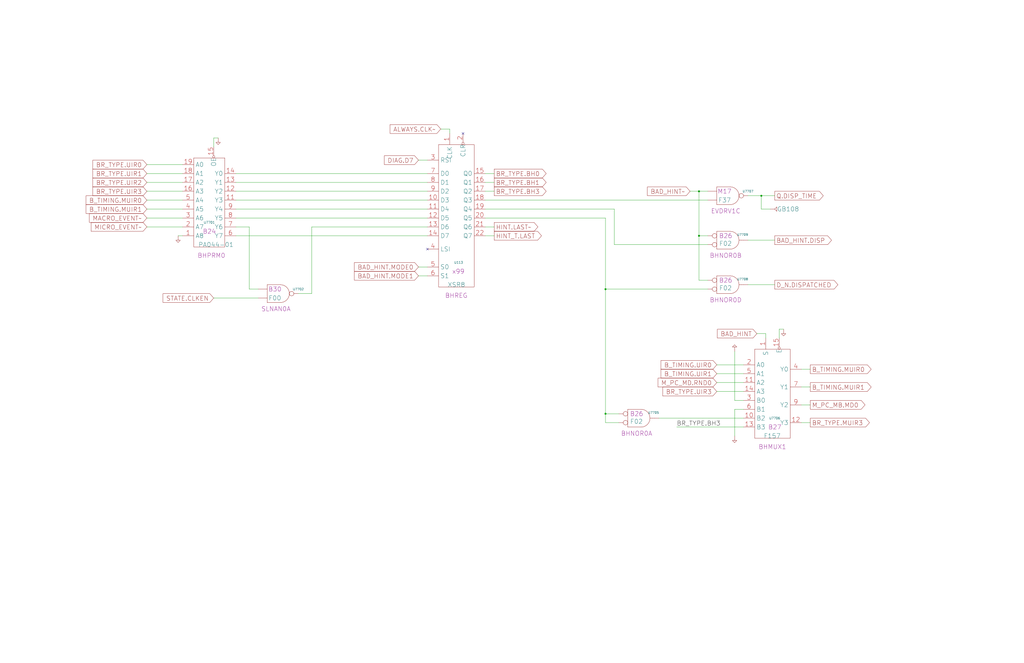
<source format=kicad_sch>
(kicad_sch (version 20230121) (generator eeschema)
  (paper "User" 584.2 378.46)
  (title_block (title "BAD HINT UIR CONTROL") (date "22-MAY-90") (rev "1.0") (comment 1 "SEQUENCER") (comment 2 "232-003064") (comment 3 "S400") (comment 4 "RELEASED"))
  (lib_symbols
    (symbol "r1000:F00" (pin_numbers hide) (pin_names hide)
      (property "Reference" "U" (at 15.24 0 0))
      (property "Value" "F00" (at 1.905 -5.08 0))
      (property "Location" "___" (at 1.905 0 0))
      (property "Name" "______" (at 2.54 -12.7 0))
      (symbol "F00_0_1"
        (polyline (pts (xy -2.54 -7.62) (xy 5.08 -7.62)) (stroke (width 0.1524)))
        (polyline (pts (xy -2.54 2.54) (xy -2.54 -7.62)) (stroke (width 0.1524)))
        (polyline (pts (xy -2.54 2.54) (xy 5.08 2.54)) (stroke (width 0.1524)))
        (arc (start 5.08 -7.62) (mid 10.1282 -2.54) (end 5.08 2.54) (stroke (width 0.1524)))
        (circle (center 11.43 -2.54) (radius 1.27) (stroke (width 0.1524)))
      )
      (symbol "F00_0_2"
        (circle (center -3.81 -5.08) (radius 1.27) (stroke (width 0.1524)))
        (circle (center -3.81 0) (radius 1.27) (stroke (width 0.1524)))
        (arc (start -3.175 -7.62) (mid -2.134 -2.54) (end -3.175 2.54) (stroke (width 0.1524)))
        (polyline (pts (xy -3.175 -7.62) (xy 3.81 -7.62)) (stroke (width 0.1524)))
        (polyline (pts (xy -3.175 2.54) (xy 3.81 2.54)) (stroke (width 0.1524)))
        (arc (start 3.81 -7.62) (mid 7.5855 -5.8306) (end 10.16 -2.54) (stroke (width 0.1524)))
        (arc (start 10.16 -2.54) (mid 7.5827 0.7471) (end 3.81 2.54) (stroke (width 0.1524)))
      )
      (symbol "F00_1_1"
        (pin input line (at -7.62 0 0) (length 5.08) (name "D0") (number "1"))
        (pin input line (at -7.62 -5.08 0) (length 5.08) (name "D1") (number "2"))
        (pin output line (at 15.24 -2.54 180) (length 2.54) (name "Q") (number "3"))
      )
      (symbol "F00_1_2"
        (pin input line (at -7.62 0 0) (length 2.54) (name "D0") (number "1"))
        (pin input line (at -7.62 -5.08 0) (length 2.54) (name "D1") (number "2"))
        (pin output line (at 15.24 -2.54 180) (length 5.08) (name "Q") (number "3"))
      )
    )
    (symbol "r1000:F02" (pin_numbers hide) (pin_names hide)
      (property "Reference" "U" (at 12.16 0.635 0))
      (property "Value" "F02" (at -1.27 -4.445 0))
      (property "Location" "___" (at 2.54 0 0))
      (property "Name" "______" (at 2.54 -12.7 0))
      (symbol "F02_0_1"
        (arc (start -3.81 -7.62) (mid -2.9847 -2.54) (end -3.81 2.54) (stroke (width 0.1524)))
        (polyline (pts (xy -5.08 -5.08) (xy -3.175 -5.08)) (stroke (width 0.1524)))
        (polyline (pts (xy -5.08 0) (xy -3.175 0)) (stroke (width 0.1524)))
        (polyline (pts (xy -3.81 -7.62) (xy 2.54 -7.62)) (stroke (width 0.1524)))
        (polyline (pts (xy -3.81 2.54) (xy 2.54 2.54)) (stroke (width 0.1524)))
        (polyline (pts (xy 13.97 -2.54) (xy 12.7 -2.54)) (stroke (width 0.1524)))
        (arc (start 2.54 -7.62) (mid 6.9515 -5.9823) (end 10.16 -2.54) (stroke (width 0.1524)))
        (arc (start 10.16 -2.54) (mid 6.9478 0.8966) (end 2.54 2.54) (stroke (width 0.1524)))
        (circle (center 11.43 -2.54) (radius 1.27) (stroke (width 0.1524)))
      )
      (symbol "F02_0_2"
        (circle (center -3.81 -5.08) (radius 1.27) (stroke (width 0.1524)))
        (circle (center -3.81 0) (radius 1.27) (stroke (width 0.1524)))
        (polyline (pts (xy -2.54 -7.62) (xy 5.08 -7.62)) (stroke (width 0.1524)))
        (polyline (pts (xy -2.54 2.54) (xy -2.54 -7.62)) (stroke (width 0.1524)))
        (polyline (pts (xy -2.54 2.54) (xy 5.08 2.54)) (stroke (width 0.1524)))
        (polyline (pts (xy 11.43 -2.54) (xy 10.16 -2.54)) (stroke (width 0.1524)))
        (polyline (pts (xy 11.43 -2.54) (xy 12.7 -2.54)) (stroke (width 0.1524)))
        (arc (start 5.08 -7.62) (mid 10.1282 -2.54) (end 5.08 2.54) (stroke (width 0.1524)))
      )
      (symbol "F02_1_1"
        (pin input line (at -7.62 0 0) (length 2.54) (name "D0") (number "1"))
        (pin input line (at -7.62 -5.08 0) (length 2.54) (name "D1") (number "2"))
        (pin output line (at 15.24 -2.54 180) (length 1.27) (name "Q") (number "3"))
      )
      (symbol "F02_1_2"
        (pin input line (at -7.62 0 0) (length 2.54) (name "D0") (number "1"))
        (pin input line (at -7.62 -5.08 0) (length 2.54) (name "D1") (number "2"))
        (pin output line (at 15.24 -2.54 180) (length 2.54) (name "Q") (number "3"))
      )
    )
    (symbol "r1000:F157" (pin_names (offset 1.016))
      (property "Reference" "U" (at 2.54 5.08 0))
      (property "Value" "F157" (at -3.81 -5.08 0))
      (property "Location" "___" (at -1.27 0 0))
      (property "Name" "______" (at 1.27 -12.7 0))
      (symbol "F157_1_1"
        (rectangle (start -8.89 44.45) (end 11.43 -6.35))
        (circle (center 5.08 45.085) (radius 0.635))
        (pin input line (at -2.54 50.8 270) (length 6.35) (name "S") (number "1"))
        (pin input line (at -15.24 5.08 0) (length 6.35) (name "B2") (number "10"))
        (pin input line (at -15.24 25.4 0) (length 6.35) (name "A2") (number "11"))
        (pin output line (at 17.78 2.54 180) (length 6.35) (name "Y3") (number "12"))
        (pin input line (at -15.24 0 0) (length 6.35) (name "B3") (number "13"))
        (pin input line (at -15.24 20.32 0) (length 6.35) (name "A3") (number "14"))
        (pin input line (at 5.08 50.8 270) (length 5.08) (name "E") (number "15"))
        (pin input line (at -15.24 35.56 0) (length 6.35) (name "A0") (number "2"))
        (pin input line (at -15.24 15.24 0) (length 6.35) (name "B0") (number "3"))
        (pin output line (at 17.78 33.02 180) (length 6.35) (name "Y0") (number "4"))
        (pin input line (at -15.24 30.48 0) (length 6.35) (name "A1") (number "5"))
        (pin input line (at -15.24 10.16 0) (length 6.35) (name "B1") (number "6"))
        (pin output line (at 17.78 22.86 180) (length 6.35) (name "Y1") (number "7"))
        (pin output line (at 17.78 12.7 180) (length 6.35) (name "Y2") (number "9"))
      )
    )
    (symbol "r1000:F37" (pin_numbers hide) (pin_names (offset 0) hide)
      (property "Reference" "U" (at 15.24 0 0))
      (property "Value" "F37" (at 1.905 -5.08 0))
      (property "Location" "___" (at 1.905 0 0))
      (property "Name" "______" (at 2.54 -12.7 0))
      (symbol "F37_0_1"
        (polyline (pts (xy -2.54 -7.62) (xy 5.08 -7.62)) (stroke (width 0.1524)))
        (polyline (pts (xy -2.54 2.54) (xy -2.54 -7.62)) (stroke (width 0.1524)))
        (polyline (pts (xy -2.54 2.54) (xy 5.08 2.54)) (stroke (width 0.1524)))
        (arc (start 5.08 -7.62) (mid 10.1282 -2.54) (end 5.08 2.54) (stroke (width 0.1524)))
        (circle (center 11.43 -2.54) (radius 1.27) (stroke (width 0.1524)))
      )
      (symbol "F37_0_2"
        (circle (center -3.81 -5.08) (radius 1.27) (stroke (width 0.1524)))
        (circle (center -3.81 0) (radius 1.27) (stroke (width 0.1524)))
        (arc (start -3.175 -7.62) (mid -2.134 -2.54) (end -3.175 2.54) (stroke (width 0.1524)))
        (polyline (pts (xy -3.175 -7.62) (xy 3.81 -7.62)) (stroke (width 0.1524)))
        (polyline (pts (xy -3.175 2.54) (xy 3.81 2.54)) (stroke (width 0.1524)))
        (arc (start 3.81 -7.62) (mid 7.5855 -5.8306) (end 10.16 -2.54) (stroke (width 0.1524)))
        (arc (start 10.16 -2.54) (mid 7.5827 0.7471) (end 3.81 2.54) (stroke (width 0.1524)))
      )
      (symbol "F37_1_1"
        (pin input line (at -7.62 0 0) (length 5.08) (name "D0") (number "1"))
        (pin input line (at -7.62 -5.08 0) (length 5.08) (name "D1") (number "2"))
        (pin output line (at 15.24 -2.54 180) (length 2.54) (name "Q") (number "3"))
      )
      (symbol "F37_1_2"
        (pin input line (at -7.62 0 0) (length 2.54) (name "D0") (number "1"))
        (pin input line (at -7.62 -5.08 0) (length 2.54) (name "D1") (number "2"))
        (pin output line (at 15.24 -2.54 180) (length 5.08) (name "Q") (number "3"))
      )
    )
    (symbol "r1000:GB" (pin_numbers hide) (pin_names (offset 0) hide)
      (property "Reference" "GB" (at 3.81 0 0))
      (symbol "GB_0_1"
        (polyline (pts (xy 2.54 0) (xy 3.81 1.27) (xy 3.81 -1.27) (xy 2.54 0)) (stroke (width 0.1524)))
      )
      (symbol "GB_1_1"
        (pin bidirectional line (at 0 0 0) (length 2.54) (name "") (number "1"))
      )
    )
    (symbol "r1000:PAxxx" (pin_names (offset 1.016))
      (property "Reference" "U" (at 2.54 5.08 0))
      (property "Value" "PAxxx" (at -3.81 -7.62 0))
      (property "Location" "___" (at -1.27 0 0))
      (property "Name" "______" (at 3.81 -15.24 0))
      (symbol "PAxxx_1_1"
        (rectangle (start -6.35 41.91) (end 11.43 -8.89))
        (circle (center 5.08 42.545) (radius 0.635))
        (pin input line (at -12.7 -2.54 0) (length 6.35) (name "A8") (number "1"))
        (pin tri_state line (at 17.78 17.78 180) (length 6.35) (name "Y3") (number "11"))
        (pin tri_state line (at 17.78 22.86 180) (length 6.35) (name "Y2") (number "12"))
        (pin tri_state line (at 17.78 27.94 180) (length 6.35) (name "Y1") (number "13"))
        (pin tri_state line (at 17.78 33.02 180) (length 6.35) (name "Y0") (number "14"))
        (pin input line (at 5.08 48.26 270) (length 5.08) (name "OE") (number "15"))
        (pin input line (at -12.7 22.86 0) (length 6.35) (name "A3") (number "16"))
        (pin input line (at -12.7 27.94 0) (length 6.35) (name "A2") (number "17"))
        (pin input line (at -12.7 33.02 0) (length 6.35) (name "A1") (number "18"))
        (pin input line (at -12.7 38.1 0) (length 6.35) (name "A0") (number "19"))
        (pin input line (at -12.7 2.54 0) (length 6.35) (name "A7") (number "2"))
        (pin input line (at -12.7 7.62 0) (length 6.35) (name "A6") (number "3"))
        (pin input line (at -12.7 12.7 0) (length 6.35) (name "A5") (number "4"))
        (pin input line (at -12.7 17.78 0) (length 6.35) (name "A4") (number "5"))
        (pin tri_state line (at 17.78 -2.54 180) (length 6.35) (name "Y7") (number "6"))
        (pin tri_state line (at 17.78 2.54 180) (length 6.35) (name "Y6") (number "7"))
        (pin tri_state line (at 17.78 7.62 180) (length 6.35) (name "Y5") (number "8"))
        (pin tri_state line (at 17.78 12.7 180) (length 6.35) (name "Y4") (number "9"))
      )
    )
    (symbol "r1000:PD" (power) (pin_numbers hide) (pin_names hide) (in_bom no)
      (symbol "PD_0_1"
        (polyline (pts (xy 0 -2.54) (xy 1.27 -2.54) (xy 0 -3.81) (xy -1.27 -2.54) (xy 0 -2.54)) (stroke (width 0.1524)))
      )
      (symbol "PD_1_1"
        (pin power_in line (at 0 0 270) (length 2.54) (name "PD") (number "1"))
      )
    )
    (symbol "r1000:PU" (power) (pin_numbers hide) (pin_names hide)
      (symbol "PU_0_1"
        (polyline (pts (xy 0 2.54) (xy -1.27 2.54) (xy 0 3.81) (xy 1.27 2.54) (xy 0 2.54)) (stroke (width 0.1524)))
      )
      (symbol "PU_1_1"
        (pin power_in line (at 0 0 90) (length 2.54) (name "PU") (number "1"))
      )
    )
    (symbol "r1000:XSR8" (pin_names (offset 1.016))
      (property "Reference" "U" (at 2.54 5.08 0))
      (property "Value" "XSR8" (at -3.81 -7.62 0))
      (property "Location" "___" (at -1.27 0 0))
      (property "Name" "______" (at 1.27 -15.24 0))
      (symbol "XSR8_1_1"
        (rectangle (start -8.89 72.39) (end 11.43 -8.89))
        (circle (center 5.08 73.025) (radius 0.635))
        (pin input line (at -2.54 78.74 270) (length 6.35) (name "CLK") (number "1"))
        (pin input line (at -15.24 40.64 0) (length 6.35) (name "D3") (number "10"))
        (pin input line (at -15.24 35.56 0) (length 6.35) (name "D4") (number "11"))
        (pin input line (at -15.24 30.48 0) (length 6.35) (name "D5") (number "12"))
        (pin input line (at -15.24 25.4 0) (length 6.35) (name "D6") (number "13"))
        (pin input line (at -15.24 20.32 0) (length 6.35) (name "D7") (number "14"))
        (pin output line (at 17.78 55.88 180) (length 6.35) (name "Q0") (number "15"))
        (pin output line (at 17.78 50.8 180) (length 6.35) (name "Q1") (number "16"))
        (pin output line (at 17.78 45.72 180) (length 6.35) (name "Q2") (number "17"))
        (pin output line (at 17.78 40.64 180) (length 6.35) (name "Q3") (number "18"))
        (pin output line (at 17.78 35.56 180) (length 6.35) (name "Q4") (number "19"))
        (pin input line (at 5.08 78.74 270) (length 5.08) (name "CLR") (number "2"))
        (pin output line (at 17.78 30.48 180) (length 6.35) (name "Q5") (number "20"))
        (pin output line (at 17.78 25.4 180) (length 6.35) (name "Q6") (number "21"))
        (pin output line (at 17.78 20.32 180) (length 6.35) (name "Q7") (number "22"))
        (pin input line (at -15.24 63.5 0) (length 6.35) (name "RSI") (number "3"))
        (pin input line (at -15.24 12.7 0) (length 6.35) (name "LSI") (number "4"))
        (pin input line (at -15.24 2.54 0) (length 6.35) (name "S0") (number "5"))
        (pin input line (at -15.24 -2.54 0) (length 6.35) (name "S1") (number "6"))
        (pin input line (at -15.24 55.88 0) (length 6.35) (name "D0") (number "7"))
        (pin input line (at -15.24 50.8 0) (length 6.35) (name "D1") (number "8"))
        (pin input line (at -15.24 45.72 0) (length 6.35) (name "D2") (number "9"))
      )
    )
  )
  (junction (at 345.44 165.1))
  (junction (at 398.78 134.62))
  (junction (at 434.34 111.76))
  (junction (at 345.44 236.22))
  (junction (at 398.78 109.22))
  (no_connect (at 243.84 142.24))
  (no_connect (at 264.16 76.2))
  (wire (pts (xy 408.94 213.36) (xy 424.18 213.36)))
  (wire (pts (xy 350.52 119.38) (xy 350.52 139.7)))
  (wire (pts (xy 426.72 137.16) (xy 441.96 137.16)))
  (wire (pts (xy 434.34 119.38) (xy 434.34 111.76)))
  (wire (pts (xy 345.44 241.3) (xy 353.06 241.3)))
  (wire (pts (xy 101.6 134.62) (xy 104.14 134.62)))
  (wire (pts (xy 83.82 93.98) (xy 104.14 93.98)))
  (wire (pts (xy 434.34 111.76) (xy 441.96 111.76)))
  (wire (pts (xy 83.82 104.14) (xy 104.14 104.14)))
  (wire (pts (xy 276.86 109.22) (xy 281.94 109.22)))
  (wire (pts (xy 177.8 167.64) (xy 177.8 129.54)))
  (wire (pts (xy 447.04 187.96) (xy 444.5 187.96)))
  (wire (pts (xy 238.76 91.44) (xy 243.84 91.44)))
  (wire (pts (xy 134.62 134.62) (xy 243.84 134.62)))
  (wire (pts (xy 419.1 228.6) (xy 424.18 228.6)))
  (wire (pts (xy 444.5 187.96) (xy 444.5 193.04)))
  (wire (pts (xy 436.88 190.5) (xy 436.88 193.04)))
  (wire (pts (xy 408.94 208.28) (xy 424.18 208.28)))
  (wire (pts (xy 83.82 114.3) (xy 104.14 114.3)))
  (wire (pts (xy 398.78 134.62) (xy 398.78 160.02)))
  (wire (pts (xy 121.92 170.18) (xy 147.32 170.18)))
  (wire (pts (xy 238.76 152.4) (xy 243.84 152.4)))
  (wire (pts (xy 134.62 104.14) (xy 243.84 104.14)))
  (wire (pts (xy 419.1 248.92) (xy 419.1 233.68)))
  (wire (pts (xy 431.8 190.5) (xy 436.88 190.5)))
  (wire (pts (xy 457.2 210.82) (xy 462.28 210.82)))
  (wire (pts (xy 398.78 134.62) (xy 398.78 109.22)))
  (wire (pts (xy 170.18 167.64) (xy 177.8 167.64)))
  (wire (pts (xy 345.44 236.22) (xy 353.06 236.22)))
  (wire (pts (xy 375.92 238.76) (xy 424.18 238.76)))
  (wire (pts (xy 251.46 73.66) (xy 256.54 73.66)))
  (wire (pts (xy 134.62 124.46) (xy 243.84 124.46)))
  (wire (pts (xy 398.78 134.62) (xy 403.86 134.62)))
  (wire (pts (xy 457.2 231.14) (xy 462.28 231.14)))
  (wire (pts (xy 276.86 124.46) (xy 345.44 124.46)))
  (wire (pts (xy 439.42 119.38) (xy 434.34 119.38)))
  (wire (pts (xy 386.08 243.84) (xy 424.18 243.84)))
  (wire (pts (xy 426.72 111.76) (xy 434.34 111.76)))
  (wire (pts (xy 134.62 119.38) (xy 243.84 119.38)))
  (wire (pts (xy 134.62 114.3) (xy 243.84 114.3)))
  (wire (pts (xy 345.44 165.1) (xy 345.44 124.46)))
  (wire (pts (xy 345.44 236.22) (xy 345.44 165.1)))
  (wire (pts (xy 83.82 129.54) (xy 104.14 129.54)))
  (wire (pts (xy 393.7 109.22) (xy 398.78 109.22)))
  (wire (pts (xy 238.76 157.48) (xy 243.84 157.48)))
  (wire (pts (xy 276.86 134.62) (xy 281.94 134.62)))
  (wire (pts (xy 403.86 160.02) (xy 398.78 160.02)))
  (wire (pts (xy 345.44 165.1) (xy 403.86 165.1)))
  (wire (pts (xy 457.2 220.98) (xy 462.28 220.98)))
  (wire (pts (xy 276.86 119.38) (xy 350.52 119.38)))
  (wire (pts (xy 83.82 99.06) (xy 104.14 99.06)))
  (wire (pts (xy 276.86 114.3) (xy 403.86 114.3)))
  (wire (pts (xy 83.82 109.22) (xy 104.14 109.22)))
  (wire (pts (xy 408.94 223.52) (xy 424.18 223.52)))
  (wire (pts (xy 83.82 124.46) (xy 104.14 124.46)))
  (wire (pts (xy 177.8 129.54) (xy 243.84 129.54)))
  (wire (pts (xy 276.86 129.54) (xy 281.94 129.54)))
  (wire (pts (xy 457.2 241.3) (xy 462.28 241.3)))
  (wire (pts (xy 134.62 99.06) (xy 243.84 99.06)))
  (wire (pts (xy 142.24 129.54) (xy 142.24 165.1)))
  (wire (pts (xy 276.86 99.06) (xy 281.94 99.06)))
  (wire (pts (xy 419.1 233.68) (xy 424.18 233.68)))
  (wire (pts (xy 121.92 78.74) (xy 121.92 83.82)))
  (wire (pts (xy 398.78 109.22) (xy 403.86 109.22)))
  (wire (pts (xy 134.62 129.54) (xy 142.24 129.54)))
  (wire (pts (xy 124.46 78.74) (xy 121.92 78.74)))
  (wire (pts (xy 83.82 119.38) (xy 104.14 119.38)))
  (wire (pts (xy 345.44 236.22) (xy 345.44 241.3)))
  (wire (pts (xy 276.86 104.14) (xy 281.94 104.14)))
  (wire (pts (xy 256.54 73.66) (xy 256.54 76.2)))
  (wire (pts (xy 419.1 200.66) (xy 419.1 228.6)))
  (wire (pts (xy 134.62 109.22) (xy 243.84 109.22)))
  (wire (pts (xy 350.52 139.7) (xy 403.86 139.7)))
  (wire (pts (xy 142.24 165.1) (xy 147.32 165.1)))
  (wire (pts (xy 426.72 162.56) (xy 441.96 162.56)))
  (wire (pts (xy 408.94 218.44) (xy 424.18 218.44)))
  (label "BR_TYPE.BH3" (at 386.08 243.84 0) (effects (font (size 2.54 2.54))))
  (global_label "MACRO_EVENT~" (shape input) (at 83.82 124.46 180) (effects (font (size 2.54 2.54))) (property "Intersheetrefs" "${INTERSHEET_REFS}" (at 51.054 124.3013 0) (effects (font (size 1.905 1.905)) (justify right))))
  (global_label "BAD_HINT~" (shape input) (at 393.7 109.22 180) (effects (font (size 2.54 2.54))) (property "Intersheetrefs" "${INTERSHEET_REFS}" (at 369.4007 109.0613 0) (effects (font (size 1.905 1.905)) (justify right))))
  (global_label "BAD_HINT.MODE0" (shape input) (at 238.76 152.4 180) (effects (font (size 2.54 2.54))) (property "Intersheetrefs" "${INTERSHEET_REFS}" (at 202.2445 152.2413 0) (effects (font (size 1.905 1.905)) (justify right))))
  (global_label "B_TIMING.MUIR0" (shape input) (at 83.82 114.3 180) (effects (font (size 2.54 2.54))) (property "Intersheetrefs" "${INTERSHEET_REFS}" (at 49.1188 114.1413 0) (effects (font (size 1.905 1.905)) (justify right))))
  (global_label "B_TIMING.UIR0" (shape input) (at 408.94 208.28 180) (effects (font (size 2.54 2.54))) (property "Intersheetrefs" "${INTERSHEET_REFS}" (at 377.1416 208.1213 0) (effects (font (size 1.905 1.905)) (justify right))))
  (global_label "B_TIMING.UIR1" (shape input) (at 408.94 213.36 180) (effects (font (size 2.54 2.54))) (property "Intersheetrefs" "${INTERSHEET_REFS}" (at 377.1416 213.2013 0) (effects (font (size 1.905 1.905)) (justify right))))
  (global_label "HINT.LAST~" (shape output) (at 281.94 129.54 0) (effects (font (size 2.54 2.54))) (property "Intersheetrefs" "${INTERSHEET_REFS}" (at 306.8441 129.3813 0) (effects (font (size 1.905 1.905)) (justify left))))
  (global_label "BR_TYPE.UIR0" (shape input) (at 83.82 93.98 180) (effects (font (size 2.54 2.54))) (property "Intersheetrefs" "${INTERSHEET_REFS}" (at 52.9892 93.8213 0) (effects (font (size 1.905 1.905)) (justify right))))
  (global_label "D_N.DISPATCHED" (shape output) (at 441.96 162.56 0) (effects (font (size 2.54 2.54))) (property "Intersheetrefs" "${INTERSHEET_REFS}" (at 477.9917 162.4013 0) (effects (font (size 1.905 1.905)) (justify left))))
  (global_label "B_TIMING.MUIR1" (shape output) (at 462.28 220.98 0) (effects (font (size 2.54 2.54))) (property "Intersheetrefs" "${INTERSHEET_REFS}" (at 496.9812 220.8213 0) (effects (font (size 1.905 1.905)) (justify left))))
  (global_label "ALWAYS.CLK~" (shape input) (at 251.46 73.66 180) (effects (font (size 2.54 2.54))) (property "Intersheetrefs" "${INTERSHEET_REFS}" (at 216.3959 73.5013 0) (effects (font (size 1.905 1.905)) (justify right))))
  (global_label "B_TIMING.MUIR0" (shape output) (at 462.28 210.82 0) (effects (font (size 2.54 2.54))) (property "Intersheetrefs" "${INTERSHEET_REFS}" (at 496.9812 210.6613 0) (effects (font (size 1.905 1.905)) (justify left))))
  (global_label "BAD_HINT.DISP" (shape output) (at 441.96 137.16 0) (effects (font (size 2.54 2.54))) (property "Intersheetrefs" "${INTERSHEET_REFS}" (at 474.3631 137.0013 0) (effects (font (size 1.905 1.905)) (justify left))))
  (global_label "B_TIMING.MUIR1" (shape input) (at 83.82 119.38 180) (effects (font (size 2.54 2.54))) (property "Intersheetrefs" "${INTERSHEET_REFS}" (at 49.1188 119.2213 0) (effects (font (size 1.905 1.905)) (justify right))))
  (global_label "MICRO_EVENT~" (shape input) (at 83.82 129.54 180) (effects (font (size 2.54 2.54))) (property "Intersheetrefs" "${INTERSHEET_REFS}" (at 52.0216 129.3813 0) (effects (font (size 1.905 1.905)) (justify right))))
  (global_label "BR_TYPE.BH3" (shape output) (at 281.94 109.22 0) (effects (font (size 2.54 2.54))) (property "Intersheetrefs" "${INTERSHEET_REFS}" (at 311.5612 109.0613 0) (effects (font (size 1.905 1.905)) (justify left))))
  (global_label "BR_TYPE.UIR2" (shape input) (at 83.82 104.14 180) (effects (font (size 2.54 2.54))) (property "Intersheetrefs" "${INTERSHEET_REFS}" (at 52.9892 103.9813 0) (effects (font (size 1.905 1.905)) (justify right))))
  (global_label "STATE.CLKEN" (shape input) (at 121.92 170.18 180) (effects (font (size 2.54 2.54))) (property "Intersheetrefs" "${INTERSHEET_REFS}" (at 93.0245 170.0213 0) (effects (font (size 1.905 1.905)) (justify right))))
  (global_label "BAD_HINT" (shape input) (at 431.8 190.5 180) (effects (font (size 2.54 2.54))) (property "Intersheetrefs" "${INTERSHEET_REFS}" (at 409.315 190.3413 0) (effects (font (size 1.905 1.905)) (justify right))))
  (global_label "BR_TYPE.UIR3" (shape input) (at 408.94 223.52 180) (effects (font (size 2.54 2.54))) (property "Intersheetrefs" "${INTERSHEET_REFS}" (at 378.1092 223.3613 0) (effects (font (size 1.905 1.905)) (justify right))))
  (global_label "BR_TYPE.BH0" (shape output) (at 281.94 99.06 0) (effects (font (size 2.54 2.54))) (property "Intersheetrefs" "${INTERSHEET_REFS}" (at 311.5612 98.9013 0) (effects (font (size 1.905 1.905)) (justify left))))
  (global_label "HINT_T.LAST" (shape output) (at 281.94 134.62 0) (effects (font (size 2.54 2.54))) (property "Intersheetrefs" "${INTERSHEET_REFS}" (at 308.9003 134.4613 0) (effects (font (size 1.905 1.905)) (justify left))))
  (global_label "DIAG.D7" (shape input) (at 238.76 91.44 180) (effects (font (size 2.54 2.54))) (property "Intersheetrefs" "${INTERSHEET_REFS}" (at 219.2988 91.2813 0) (effects (font (size 1.905 1.905)) (justify right))))
  (global_label "BR_TYPE.UIR3" (shape input) (at 83.82 109.22 180) (effects (font (size 2.54 2.54))) (property "Intersheetrefs" "${INTERSHEET_REFS}" (at 52.9892 109.0613 0) (effects (font (size 1.905 1.905)) (justify right))))
  (global_label "M_PC_MD.RND0" (shape input) (at 408.94 218.44 180) (effects (font (size 2.54 2.54))) (property "Intersheetrefs" "${INTERSHEET_REFS}" (at 375.4483 218.2813 0) (effects (font (size 1.905 1.905)) (justify right))))
  (global_label "BR_TYPE.UIR1" (shape input) (at 83.82 99.06 180) (effects (font (size 2.54 2.54))) (property "Intersheetrefs" "${INTERSHEET_REFS}" (at 52.9892 98.9013 0) (effects (font (size 1.905 1.905)) (justify right))))
  (global_label "M_PC_MB.MD0" (shape output) (at 462.28 231.14 0) (effects (font (size 2.54 2.54))) (property "Intersheetrefs" "${INTERSHEET_REFS}" (at 493.4736 230.9813 0) (effects (font (size 1.905 1.905)) (justify left))))
  (global_label "BR_TYPE.BH1" (shape output) (at 281.94 104.14 0) (effects (font (size 2.54 2.54))) (property "Intersheetrefs" "${INTERSHEET_REFS}" (at 311.5612 103.9813 0) (effects (font (size 1.905 1.905)) (justify left))))
  (global_label "Q.DISP_TIME" (shape output) (at 441.96 111.76 0) (effects (font (size 2.54 2.54))) (property "Intersheetrefs" "${INTERSHEET_REFS}" (at 469.646 111.6013 0) (effects (font (size 1.905 1.905)) (justify left))))
  (global_label "BR_TYPE.MUIR3" (shape output) (at 462.28 241.3 0) (effects (font (size 2.54 2.54))) (property "Intersheetrefs" "${INTERSHEET_REFS}" (at 496.0136 241.1413 0) (effects (font (size 1.905 1.905)) (justify left))))
  (global_label "BAD_HINT.MODE1" (shape input) (at 238.76 157.48 180) (effects (font (size 2.54 2.54))) (property "Intersheetrefs" "${INTERSHEET_REFS}" (at 202.2445 157.3213 0) (effects (font (size 1.905 1.905)) (justify right))))
  (symbol (lib_id "r1000:F157") (at 439.42 243.84 0) (unit 1)
    (property "Reference" "U7706" (at 441.96 238.76 0))
    (property "Value" "F157" (at 435.61 248.92 0) (effects (font (size 2.54 2.54)) (justify left)))
    (property "Location" "B27" (at 438.15 243.84 0) (effects (font (size 2.54 2.54)) (justify left)))
    (property "Name" "BHMUX1" (at 440.69 256.54 0) (effects (font (size 2.54 2.54)) (justify bottom)))
  )
  (symbol (lib_id "r1000:F37") (at 411.48 109.22 0) (unit 1)
    (property "Reference" "U7707" (at 426.72 109.22 0))
    (property "Value" "F37" (at 413.385 114.3 0) (effects (font (size 2.54 2.54))))
    (property "Location" "M17" (at 413.385 109.22 0) (effects (font (size 2.54 2.54))))
    (property "Name" "EVDRV1C" (at 414.02 121.92 0) (effects (font (size 2.54 2.54)) (justify bottom)))
  )
  (symbol (lib_id "r1000:F00") (at 154.94 165.1 0) (unit 1)
    (property "Reference" "U7702" (at 170.18 165.1 0))
    (property "Value" "F00" (at 156.845 170.18 0) (effects (font (size 2.54 2.54))))
    (property "Location" "B30" (at 156.845 165.1 0) (effects (font (size 2.54 2.54))))
    (property "Name" "SLNAN0A" (at 157.48 177.8 0) (effects (font (size 2.54 2.54)) (justify bottom)))
  )
  (symbol (lib_id "r1000:F02") (at 411.48 134.62 0) (unit 1) (convert 2)
    (property "Reference" "U7709" (at 423.64 133.985 0))
    (property "Value" "F02" (at 410.21 139.065 0) (effects (font (size 2.54 2.54)) (justify left)))
    (property "Location" "B26" (at 414.02 134.62 0) (effects (font (size 2.54 2.54))))
    (property "Name" "BHNOR0B" (at 414.02 147.32 0) (effects (font (size 2.54 2.54)) (justify bottom)))
  )
  (symbol (lib_id "r1000:XSR8") (at 259.08 154.94 0) (unit 1)
    (property "Reference" "U113" (at 261.62 149.86 0))
    (property "Value" "XSR8" (at 255.27 162.56 0) (effects (font (size 2.54 2.54)) (justify left)))
    (property "Location" "x99" (at 257.81 154.94 0) (effects (font (size 2.54 2.54)) (justify left)))
    (property "Name" "BHREG" (at 260.35 170.18 0) (effects (font (size 2.54 2.54)) (justify bottom)))
  )
  (symbol (lib_id "r1000:PAxxx") (at 116.84 132.08 0) (unit 1)
    (property "Reference" "U7701" (at 119.38 127 0))
    (property "Value" "PA044-01" (at 113.03 139.7 0) (effects (font (size 2.54 2.54)) (justify left)))
    (property "Location" "B24" (at 115.57 132.08 0) (effects (font (size 2.54 2.54)) (justify left)))
    (property "Name" "BHPRM0" (at 120.65 147.32 0) (effects (font (size 2.54 2.54)) (justify bottom)))
  )
  (symbol (lib_id "r1000:GB") (at 439.42 119.38 0) (unit 1)
    (property "Reference" "GB108" (at 443.23 119.38 0) (effects (font (size 2.54 2.54)) (justify left)))
    (property "Value" "GB" (effects hide))
  )
  (symbol (lib_id "r1000:F02") (at 360.68 236.22 0) (unit 1) (convert 2)
    (property "Reference" "U7705" (at 372.84 235.585 0))
    (property "Value" "F02" (at 359.41 240.665 0) (effects (font (size 2.54 2.54)) (justify left)))
    (property "Location" "B26" (at 363.22 236.22 0) (effects (font (size 2.54 2.54))))
    (property "Name" "BHNOR0A" (at 363.22 248.92 0) (effects (font (size 2.54 2.54)) (justify bottom)))
  )
  (symbol (lib_id "r1000:PD") (at 124.46 78.74 0) (unit 1) (in_bom no)
    (property "Reference" "#PWR0151" (effects hide))
    (property "Value" "PD" (effects hide))
  )
  (symbol (lib_id "r1000:PU") (at 419.1 200.66 0) (unit 1)
    (property "Reference" "#PWR07705" (effects hide))
    (property "Value" "PU" (effects hide))
  )
  (symbol (lib_id "r1000:PD") (at 101.6 134.62 0) (unit 1) (in_bom no)
    (property "Reference" "#PWR07701" (effects hide))
    (property "Value" "PD" (effects hide))
  )
  (symbol (lib_id "r1000:PD") (at 419.1 248.92 0) (unit 1) (in_bom no)
    (property "Reference" "#PWR07704" (effects hide))
    (property "Value" "PD" (effects hide))
  )
  (symbol (lib_id "r1000:PD") (at 447.04 187.96 0) (unit 1) (in_bom no)
    (property "Reference" "#PWR07706" (effects hide))
    (property "Value" "PD" (effects hide))
  )
  (symbol (lib_id "r1000:F02") (at 411.48 160.02 0) (unit 1) (convert 2)
    (property "Reference" "U7708" (at 423.64 159.385 0))
    (property "Value" "F02" (at 410.21 164.465 0) (effects (font (size 2.54 2.54)) (justify left)))
    (property "Location" "B26" (at 414.02 160.02 0) (effects (font (size 2.54 2.54))))
    (property "Name" "BHNOR0D" (at 414.02 172.72 0) (effects (font (size 2.54 2.54)) (justify bottom)))
  )
)
</source>
